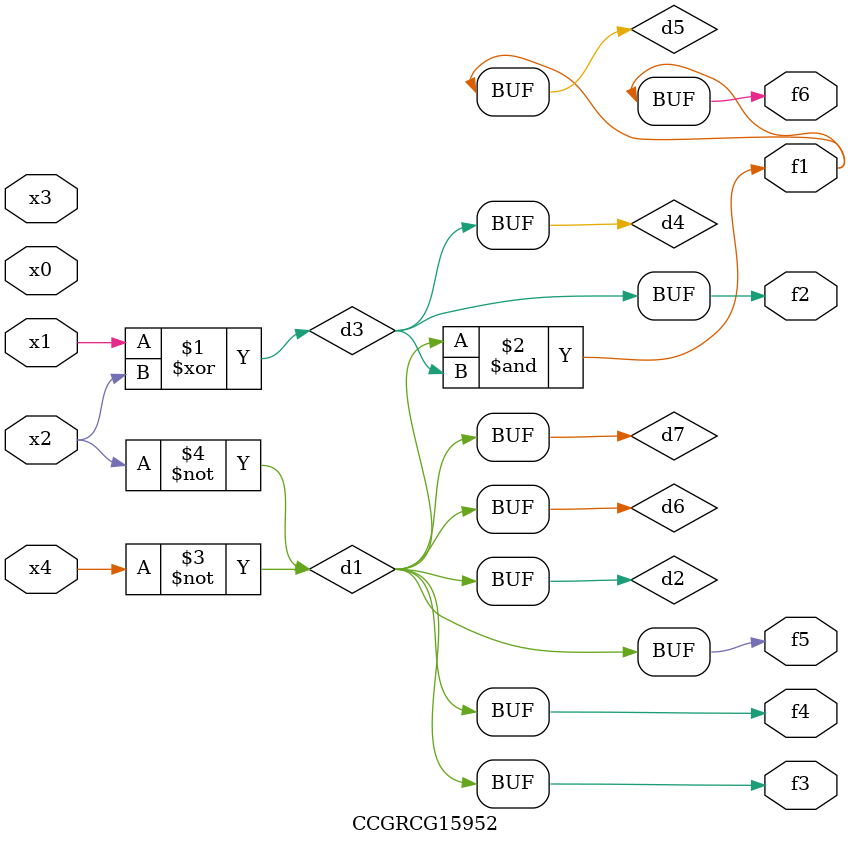
<source format=v>
module CCGRCG15952(
	input x0, x1, x2, x3, x4,
	output f1, f2, f3, f4, f5, f6
);

	wire d1, d2, d3, d4, d5, d6, d7;

	not (d1, x4);
	not (d2, x2);
	xor (d3, x1, x2);
	buf (d4, d3);
	and (d5, d1, d3);
	buf (d6, d1, d2);
	buf (d7, d2);
	assign f1 = d5;
	assign f2 = d4;
	assign f3 = d7;
	assign f4 = d7;
	assign f5 = d7;
	assign f6 = d5;
endmodule

</source>
